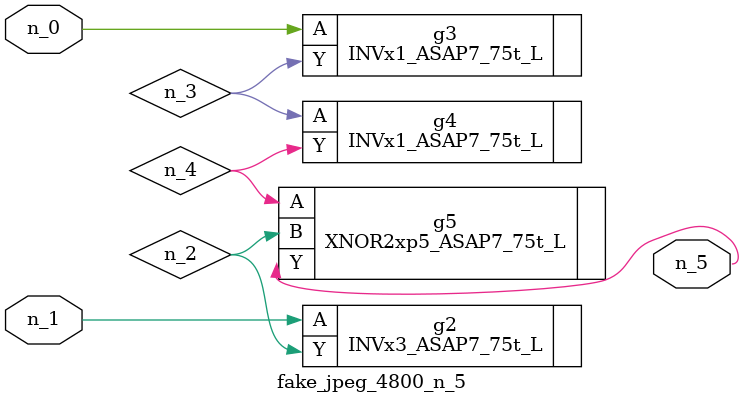
<source format=v>
module fake_jpeg_4800_n_5 (n_0, n_1, n_5);

input n_0;
input n_1;

output n_5;

wire n_2;
wire n_3;
wire n_4;

INVx3_ASAP7_75t_L g2 ( 
.A(n_1),
.Y(n_2)
);

INVx1_ASAP7_75t_L g3 ( 
.A(n_0),
.Y(n_3)
);

INVx1_ASAP7_75t_L g4 ( 
.A(n_3),
.Y(n_4)
);

XNOR2xp5_ASAP7_75t_L g5 ( 
.A(n_4),
.B(n_2),
.Y(n_5)
);


endmodule
</source>
